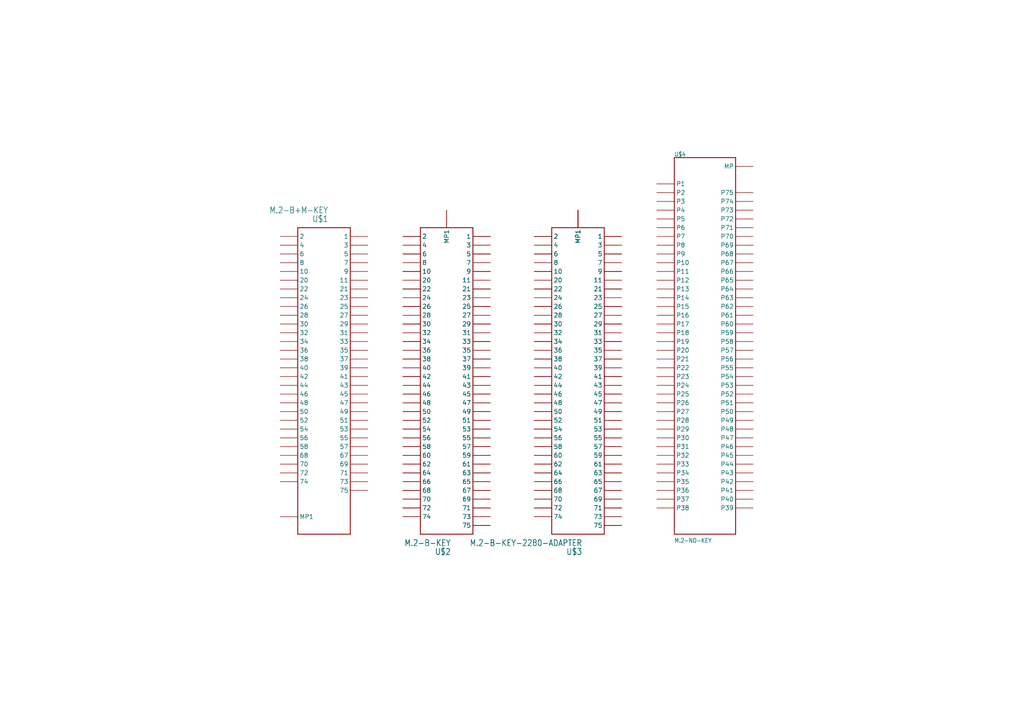
<source format=kicad_sch>
(kicad_sch (version 20200828) (generator eeschema)
  (page 1 1)
  (paper "A4")
  (lib_symbols
    (symbol "M.2-Templates-eagle-import:M.2-B+M-KEY"
      (property "Value" "M.2-B+M-KEY" (at 8.89 93.98 0))
      (symbol "M.2-B+M-KEY_1_0"
        (polyline (pts (xy 15.24 88.9) (xy 15.24 0)) (stroke (width 0.254)))
        (polyline (pts (xy 0 0) (xy 15.24 0)) (stroke (width 0.254)))
        (polyline (pts (xy 0 0) (xy 0 88.9)) (stroke (width 0.254)))
        (polyline (pts (xy 15.24 88.9) (xy 0 88.9)) (stroke (width 0.254)))
        (pin bidirectional line (at 20.32 86.36 180) (length 5.08) (name "1") (number "P$1"))
        (pin bidirectional line (at -5.08 86.36 0) (length 5.08) (name "2") (number "P$2"))
        (pin bidirectional line (at 20.32 83.82 180) (length 5.08) (name "3") (number "P$3"))
        (pin bidirectional line (at -5.08 83.82 0) (length 5.08) (name "4") (number "P$4"))
        (pin bidirectional line (at 20.32 81.28 180) (length 5.08) (name "5") (number "P$5"))
        (pin bidirectional line (at -5.08 81.28 0) (length 5.08) (name "6") (number "P$6"))
        (pin bidirectional line (at 20.32 78.74 180) (length 5.08) (name "7") (number "P$7"))
        (pin bidirectional line (at -5.08 78.74 0) (length 5.08) (name "8") (number "P$8"))
        (pin bidirectional line (at 20.32 76.2 180) (length 5.08) (name "9") (number "P$9"))
        (pin bidirectional line (at -5.08 76.2 0) (length 5.08) (name "10") (number "P$10"))
        (pin bidirectional line (at 20.32 73.66 180) (length 5.08) (name "11") (number "P$11"))
        (pin bidirectional line (at -5.08 73.66 0) (length 5.08) (name "20") (number "P$20"))
        (pin bidirectional line (at 20.32 71.12 180) (length 5.08) (name "21") (number "P$21"))
        (pin bidirectional line (at -5.08 71.12 0) (length 5.08) (name "22") (number "P$22"))
        (pin bidirectional line (at 20.32 68.58 180) (length 5.08) (name "23") (number "P$23"))
        (pin bidirectional line (at -5.08 68.58 0) (length 5.08) (name "24") (number "P$24"))
        (pin bidirectional line (at 20.32 66.04 180) (length 5.08) (name "25") (number "P$25"))
        (pin bidirectional line (at -5.08 66.04 0) (length 5.08) (name "26") (number "P$26"))
        (pin bidirectional line (at 20.32 63.5 180) (length 5.08) (name "27") (number "P$27"))
        (pin bidirectional line (at -5.08 63.5 0) (length 5.08) (name "28") (number "P$28"))
        (pin bidirectional line (at 20.32 60.96 180) (length 5.08) (name "29") (number "P$29"))
        (pin bidirectional line (at -5.08 60.96 0) (length 5.08) (name "30") (number "P$30"))
        (pin bidirectional line (at 20.32 58.42 180) (length 5.08) (name "31") (number "P$31"))
        (pin bidirectional line (at -5.08 58.42 0) (length 5.08) (name "32") (number "P$32"))
        (pin bidirectional line (at 20.32 55.88 180) (length 5.08) (name "33") (number "P$33"))
        (pin bidirectional line (at -5.08 55.88 0) (length 5.08) (name "34") (number "P$34"))
        (pin bidirectional line (at 20.32 53.34 180) (length 5.08) (name "35") (number "P$35"))
        (pin bidirectional line (at -5.08 53.34 0) (length 5.08) (name "36") (number "P$36"))
        (pin bidirectional line (at 20.32 50.8 180) (length 5.08) (name "37") (number "P$37"))
        (pin bidirectional line (at -5.08 50.8 0) (length 5.08) (name "38") (number "P$38"))
        (pin bidirectional line (at 20.32 48.26 180) (length 5.08) (name "39") (number "P$39"))
        (pin bidirectional line (at -5.08 48.26 0) (length 5.08) (name "40") (number "P$40"))
        (pin bidirectional line (at 20.32 45.72 180) (length 5.08) (name "41") (number "P$41"))
        (pin bidirectional line (at -5.08 45.72 0) (length 5.08) (name "42") (number "P$42"))
        (pin bidirectional line (at 20.32 43.18 180) (length 5.08) (name "43") (number "P$43"))
        (pin bidirectional line (at -5.08 43.18 0) (length 5.08) (name "44") (number "P$44"))
        (pin bidirectional line (at 20.32 40.64 180) (length 5.08) (name "45") (number "P$45"))
        (pin bidirectional line (at -5.08 40.64 0) (length 5.08) (name "46") (number "P$46"))
        (pin bidirectional line (at 20.32 38.1 180) (length 5.08) (name "47") (number "P$47"))
        (pin bidirectional line (at -5.08 38.1 0) (length 5.08) (name "48") (number "P$48"))
        (pin bidirectional line (at 20.32 35.56 180) (length 5.08) (name "49") (number "P$49"))
        (pin bidirectional line (at -5.08 35.56 0) (length 5.08) (name "50") (number "P$50"))
        (pin bidirectional line (at 20.32 33.02 180) (length 5.08) (name "51") (number "P$51"))
        (pin bidirectional line (at -5.08 33.02 0) (length 5.08) (name "52") (number "P$52"))
        (pin bidirectional line (at 20.32 30.48 180) (length 5.08) (name "53") (number "P$53"))
        (pin bidirectional line (at -5.08 30.48 0) (length 5.08) (name "54") (number "P$54"))
        (pin bidirectional line (at 20.32 27.94 180) (length 5.08) (name "55") (number "P$55"))
        (pin bidirectional line (at -5.08 27.94 0) (length 5.08) (name "56") (number "P$56"))
        (pin bidirectional line (at 20.32 25.4 180) (length 5.08) (name "57") (number "P$57"))
        (pin bidirectional line (at 20.32 22.86 180) (length 5.08) (name "67") (number "P$67"))
        (pin bidirectional line (at -5.08 22.86 0) (length 5.08) (name "68") (number "P$68"))
        (pin bidirectional line (at 20.32 20.32 180) (length 5.08) (name "69") (number "P$69"))
        (pin bidirectional line (at -5.08 20.32 0) (length 5.08) (name "70") (number "P$70"))
        (pin bidirectional line (at 20.32 17.78 180) (length 5.08) (name "71") (number "P$71"))
        (pin bidirectional line (at -5.08 17.78 0) (length 5.08) (name "72") (number "P$72"))
        (pin bidirectional line (at 20.32 15.24 180) (length 5.08) (name "73") (number "P$73"))
        (pin bidirectional line (at -5.08 15.24 0) (length 5.08) (name "74") (number "P$74"))
        (pin bidirectional line (at 20.32 12.7 180) (length 5.08) (name "75") (number "P$75"))
        (pin bidirectional line (at -5.08 5.08 0) (length 5.08) (name "MP1") (number "MOUNTING-HOLE"))
        (pin bidirectional line (at -5.08 25.4 0) (length 5.08) (name "58") (number "P$58"))
      )
    )
    (symbol "M.2-Templates-eagle-import:M.2-B-KEY"
      (property "Value" "M.2-B-KEY" (at 8.89 -2.54 0))
      (symbol "M.2-B-KEY_1_0"
        (polyline (pts (xy 15.24 88.9) (xy 15.24 0)) (stroke (width 0.254)))
        (polyline (pts (xy 0 0) (xy 15.24 0)) (stroke (width 0.254)))
        (polyline (pts (xy 0 0) (xy 0 88.9)) (stroke (width 0.254)))
        (polyline (pts (xy 15.24 88.9) (xy 0 88.9)) (stroke (width 0.254)))
        (pin bidirectional line (at 20.32 86.36 180) (length 5.08) (name "1") (number "P$1"))
        (pin bidirectional line (at -5.08 86.36 0) (length 5.08) (name "2") (number "P$2"))
        (pin bidirectional line (at 20.32 83.82 180) (length 5.08) (name "3") (number "P$3"))
        (pin bidirectional line (at -5.08 83.82 0) (length 5.08) (name "4") (number "P$4"))
        (pin bidirectional line (at 20.32 81.28 180) (length 5.08) (name "5") (number "P$5"))
        (pin bidirectional line (at -5.08 81.28 0) (length 5.08) (name "6") (number "P$6"))
        (pin bidirectional line (at 20.32 78.74 180) (length 5.08) (name "7") (number "P$7"))
        (pin bidirectional line (at -5.08 78.74 0) (length 5.08) (name "8") (number "P$8"))
        (pin bidirectional line (at 20.32 76.2 180) (length 5.08) (name "9") (number "P$9"))
        (pin bidirectional line (at -5.08 76.2 0) (length 5.08) (name "10") (number "P$10"))
        (pin bidirectional line (at 20.32 73.66 180) (length 5.08) (name "11") (number "P$11"))
        (pin bidirectional line (at -5.08 73.66 0) (length 5.08) (name "20") (number "P$20"))
        (pin bidirectional line (at 20.32 71.12 180) (length 5.08) (name "21") (number "P$21"))
        (pin bidirectional line (at -5.08 71.12 0) (length 5.08) (name "22") (number "P$22"))
        (pin bidirectional line (at 20.32 68.58 180) (length 5.08) (name "23") (number "P$23"))
        (pin bidirectional line (at -5.08 68.58 0) (length 5.08) (name "24") (number "P$24"))
        (pin bidirectional line (at 20.32 66.04 180) (length 5.08) (name "25") (number "P$25"))
        (pin bidirectional line (at -5.08 66.04 0) (length 5.08) (name "26") (number "P$26"))
        (pin bidirectional line (at 20.32 63.5 180) (length 5.08) (name "27") (number "P$27"))
        (pin bidirectional line (at -5.08 63.5 0) (length 5.08) (name "28") (number "P$28"))
        (pin bidirectional line (at 20.32 60.96 180) (length 5.08) (name "29") (number "P$29"))
        (pin bidirectional line (at -5.08 60.96 0) (length 5.08) (name "30") (number "P$30"))
        (pin bidirectional line (at 20.32 58.42 180) (length 5.08) (name "31") (number "P$31"))
        (pin bidirectional line (at -5.08 58.42 0) (length 5.08) (name "32") (number "P$32"))
        (pin bidirectional line (at 20.32 55.88 180) (length 5.08) (name "33") (number "P$33"))
        (pin bidirectional line (at -5.08 55.88 0) (length 5.08) (name "34") (number "P$34"))
        (pin bidirectional line (at 20.32 53.34 180) (length 5.08) (name "35") (number "P$35"))
        (pin bidirectional line (at -5.08 53.34 0) (length 5.08) (name "36") (number "P$36"))
        (pin bidirectional line (at 20.32 50.8 180) (length 5.08) (name "37") (number "P$37"))
        (pin bidirectional line (at -5.08 50.8 0) (length 5.08) (name "38") (number "P$38"))
        (pin bidirectional line (at 20.32 48.26 180) (length 5.08) (name "39") (number "P$39"))
        (pin bidirectional line (at -5.08 48.26 0) (length 5.08) (name "40") (number "P$40"))
        (pin bidirectional line (at 20.32 45.72 180) (length 5.08) (name "41") (number "P$41"))
        (pin bidirectional line (at -5.08 45.72 0) (length 5.08) (name "42") (number "P$42"))
        (pin bidirectional line (at 20.32 43.18 180) (length 5.08) (name "43") (number "P$43"))
        (pin bidirectional line (at -5.08 43.18 0) (length 5.08) (name "44") (number "P$44"))
        (pin bidirectional line (at 20.32 40.64 180) (length 5.08) (name "45") (number "P$45"))
        (pin bidirectional line (at -5.08 40.64 0) (length 5.08) (name "46") (number "P$46"))
        (pin bidirectional line (at 20.32 38.1 180) (length 5.08) (name "47") (number "P$47"))
        (pin bidirectional line (at -5.08 38.1 0) (length 5.08) (name "48") (number "P$48"))
        (pin bidirectional line (at 20.32 35.56 180) (length 5.08) (name "49") (number "P$49"))
        (pin bidirectional line (at -5.08 35.56 0) (length 5.08) (name "50") (number "P$50"))
        (pin bidirectional line (at 20.32 33.02 180) (length 5.08) (name "51") (number "P$51"))
        (pin bidirectional line (at -5.08 33.02 0) (length 5.08) (name "52") (number "P$52"))
        (pin bidirectional line (at 20.32 30.48 180) (length 5.08) (name "53") (number "P$53"))
        (pin bidirectional line (at -5.08 30.48 0) (length 5.08) (name "54") (number "P$54"))
        (pin bidirectional line (at 20.32 27.94 180) (length 5.08) (name "55") (number "P$55"))
        (pin bidirectional line (at -5.08 27.94 0) (length 5.08) (name "56") (number "P$56"))
        (pin bidirectional line (at 20.32 25.4 180) (length 5.08) (name "57") (number "P$57"))
        (pin bidirectional line (at -5.08 25.4 0) (length 5.08) (name "58") (number "P$58"))
        (pin bidirectional line (at 20.32 22.86 180) (length 5.08) (name "59") (number "P$59"))
        (pin bidirectional line (at -5.08 22.86 0) (length 5.08) (name "60") (number "P$60"))
        (pin bidirectional line (at 20.32 20.32 180) (length 5.08) (name "61") (number "P$61"))
        (pin bidirectional line (at -5.08 20.32 0) (length 5.08) (name "62") (number "P$62"))
        (pin bidirectional line (at 20.32 17.78 180) (length 5.08) (name "63") (number "P$63"))
        (pin bidirectional line (at -5.08 17.78 0) (length 5.08) (name "64") (number "P$64"))
        (pin bidirectional line (at 20.32 15.24 180) (length 5.08) (name "65") (number "P$65"))
        (pin bidirectional line (at -5.08 15.24 0) (length 5.08) (name "66") (number "P$66"))
        (pin bidirectional line (at 20.32 12.7 180) (length 5.08) (name "67") (number "P$67"))
        (pin bidirectional line (at -5.08 12.7 0) (length 5.08) (name "68") (number "P$68"))
        (pin bidirectional line (at 20.32 10.16 180) (length 5.08) (name "69") (number "P$69"))
        (pin bidirectional line (at -5.08 10.16 0) (length 5.08) (name "70") (number "P$70"))
        (pin bidirectional line (at 20.32 7.62 180) (length 5.08) (name "71") (number "P$71"))
        (pin bidirectional line (at -5.08 7.62 0) (length 5.08) (name "72") (number "P$72"))
        (pin bidirectional line (at 20.32 5.08 180) (length 5.08) (name "73") (number "P$73"))
        (pin bidirectional line (at -5.08 5.08 0) (length 5.08) (name "74") (number "P$74"))
        (pin bidirectional line (at 20.32 2.54 180) (length 5.08) (name "75") (number "P$75"))
        (pin bidirectional line (at 7.62 93.98 270) (length 5.08) (name "MP1") (number "MOUNTING-HOLE"))
      )
    )
    (symbol "M.2-Templates-eagle-import:M.2-B-KEY-2280-ADAPTER"
      (property "Value" "M.2-B-KEY-2280-ADAPTER" (at 8.89 -2.54 0))
      (symbol "M.2-B-KEY-2280-ADAPTER_1_0"
        (polyline (pts (xy 15.24 88.9) (xy 15.24 0)) (stroke (width 0.254)))
        (polyline (pts (xy 0 0) (xy 15.24 0)) (stroke (width 0.254)))
        (polyline (pts (xy 0 0) (xy 0 88.9)) (stroke (width 0.254)))
        (polyline (pts (xy 15.24 88.9) (xy 0 88.9)) (stroke (width 0.254)))
        (pin bidirectional line (at 20.32 86.36 180) (length 5.08) (name "1") (number "P$1"))
        (pin bidirectional line (at -5.08 86.36 0) (length 5.08) (name "2") (number "P$2"))
        (pin bidirectional line (at 20.32 83.82 180) (length 5.08) (name "3") (number "P$3"))
        (pin bidirectional line (at -5.08 83.82 0) (length 5.08) (name "4") (number "P$4"))
        (pin bidirectional line (at 20.32 81.28 180) (length 5.08) (name "5") (number "P$5"))
        (pin bidirectional line (at -5.08 81.28 0) (length 5.08) (name "6") (number "P$6"))
        (pin bidirectional line (at 20.32 78.74 180) (length 5.08) (name "7") (number "P$7"))
        (pin bidirectional line (at -5.08 78.74 0) (length 5.08) (name "8") (number "P$8"))
        (pin bidirectional line (at 20.32 76.2 180) (length 5.08) (name "9") (number "P$9"))
        (pin bidirectional line (at -5.08 76.2 0) (length 5.08) (name "10") (number "P$10"))
        (pin bidirectional line (at 20.32 73.66 180) (length 5.08) (name "11") (number "P$11"))
        (pin bidirectional line (at -5.08 73.66 0) (length 5.08) (name "20") (number "P$20"))
        (pin bidirectional line (at 20.32 71.12 180) (length 5.08) (name "21") (number "P$21"))
        (pin bidirectional line (at -5.08 71.12 0) (length 5.08) (name "22") (number "P$22"))
        (pin bidirectional line (at 20.32 68.58 180) (length 5.08) (name "23") (number "P$23"))
        (pin bidirectional line (at -5.08 68.58 0) (length 5.08) (name "24") (number "P$24"))
        (pin bidirectional line (at 20.32 66.04 180) (length 5.08) (name "25") (number "P$25"))
        (pin bidirectional line (at -5.08 66.04 0) (length 5.08) (name "26") (number "P$26"))
        (pin bidirectional line (at 20.32 63.5 180) (length 5.08) (name "27") (number "P$27"))
        (pin bidirectional line (at -5.08 63.5 0) (length 5.08) (name "28") (number "P$28"))
        (pin bidirectional line (at 20.32 60.96 180) (length 5.08) (name "29") (number "P$29"))
        (pin bidirectional line (at -5.08 60.96 0) (length 5.08) (name "30") (number "P$30"))
        (pin bidirectional line (at 20.32 58.42 180) (length 5.08) (name "31") (number "P$31"))
        (pin bidirectional line (at -5.08 58.42 0) (length 5.08) (name "32") (number "P$32"))
        (pin bidirectional line (at 20.32 55.88 180) (length 5.08) (name "33") (number "P$33"))
        (pin bidirectional line (at -5.08 55.88 0) (length 5.08) (name "34") (number "P$34"))
        (pin bidirectional line (at 20.32 53.34 180) (length 5.08) (name "35") (number "P$35"))
        (pin bidirectional line (at -5.08 53.34 0) (length 5.08) (name "36") (number "P$36"))
        (pin bidirectional line (at 20.32 50.8 180) (length 5.08) (name "37") (number "P$37"))
        (pin bidirectional line (at -5.08 50.8 0) (length 5.08) (name "38") (number "P$38"))
        (pin bidirectional line (at 20.32 48.26 180) (length 5.08) (name "39") (number "P$39"))
        (pin bidirectional line (at -5.08 48.26 0) (length 5.08) (name "40") (number "P$40"))
        (pin bidirectional line (at 20.32 45.72 180) (length 5.08) (name "41") (number "P$41"))
        (pin bidirectional line (at -5.08 45.72 0) (length 5.08) (name "42") (number "P$42"))
        (pin bidirectional line (at 20.32 43.18 180) (length 5.08) (name "43") (number "P$43"))
        (pin bidirectional line (at -5.08 43.18 0) (length 5.08) (name "44") (number "P$44"))
        (pin bidirectional line (at 20.32 40.64 180) (length 5.08) (name "45") (number "P$45"))
        (pin bidirectional line (at -5.08 40.64 0) (length 5.08) (name "46") (number "P$46"))
        (pin bidirectional line (at 20.32 38.1 180) (length 5.08) (name "47") (number "P$47"))
        (pin bidirectional line (at -5.08 38.1 0) (length 5.08) (name "48") (number "P$48"))
        (pin bidirectional line (at 20.32 35.56 180) (length 5.08) (name "49") (number "P$49"))
        (pin bidirectional line (at -5.08 35.56 0) (length 5.08) (name "50") (number "P$50"))
        (pin bidirectional line (at 20.32 33.02 180) (length 5.08) (name "51") (number "P$51"))
        (pin bidirectional line (at -5.08 33.02 0) (length 5.08) (name "52") (number "P$52"))
        (pin bidirectional line (at 20.32 30.48 180) (length 5.08) (name "53") (number "P$53"))
        (pin bidirectional line (at -5.08 30.48 0) (length 5.08) (name "54") (number "P$54"))
        (pin bidirectional line (at 20.32 27.94 180) (length 5.08) (name "55") (number "P$55"))
        (pin bidirectional line (at -5.08 27.94 0) (length 5.08) (name "56") (number "P$56"))
        (pin bidirectional line (at 20.32 25.4 180) (length 5.08) (name "57") (number "P$57"))
        (pin bidirectional line (at -5.08 25.4 0) (length 5.08) (name "58") (number "P$58"))
        (pin bidirectional line (at 20.32 22.86 180) (length 5.08) (name "59") (number "P$59"))
        (pin bidirectional line (at -5.08 22.86 0) (length 5.08) (name "60") (number "P$60"))
        (pin bidirectional line (at 20.32 20.32 180) (length 5.08) (name "61") (number "P$61"))
        (pin bidirectional line (at -5.08 20.32 0) (length 5.08) (name "62") (number "P$62"))
        (pin bidirectional line (at 20.32 17.78 180) (length 5.08) (name "63") (number "P$63"))
        (pin bidirectional line (at -5.08 17.78 0) (length 5.08) (name "64") (number "P$64"))
        (pin bidirectional line (at 20.32 15.24 180) (length 5.08) (name "65") (number "P$65"))
        (pin bidirectional line (at -5.08 15.24 0) (length 5.08) (name "66") (number "P$66"))
        (pin bidirectional line (at 20.32 12.7 180) (length 5.08) (name "67") (number "P$67"))
        (pin bidirectional line (at -5.08 12.7 0) (length 5.08) (name "68") (number "P$68"))
        (pin bidirectional line (at 20.32 10.16 180) (length 5.08) (name "69") (number "P$69"))
        (pin bidirectional line (at -5.08 10.16 0) (length 5.08) (name "70") (number "P$70"))
        (pin bidirectional line (at 20.32 7.62 180) (length 5.08) (name "71") (number "P$71"))
        (pin bidirectional line (at -5.08 7.62 0) (length 5.08) (name "72") (number "P$72"))
        (pin bidirectional line (at 20.32 5.08 180) (length 5.08) (name "73") (number "P$73"))
        (pin bidirectional line (at -5.08 5.08 0) (length 5.08) (name "74") (number "P$74"))
        (pin bidirectional line (at 20.32 2.54 180) (length 5.08) (name "75") (number "P$75"))
        (pin bidirectional line (at 7.62 93.98 270) (length 5.08) (name "MP1") (number "MOUNTING-HOLE"))
        (pin bidirectional line (at 7.62 93.98 270) (length 5.08) (name "MP1") (number "MOUNTING-HOLE2"))
      )
    )
    (symbol "M.2-Templates-eagle-import:M.2-NO-KEY"
      (property "Value" "M.2-NO-KEY" (at 0 -2.54 0))
      (symbol "M.2-NO-KEY_1_0"
        (polyline (pts (xy 0 109.22) (xy 17.78 109.22)) (stroke (width 0.254)))
        (polyline (pts (xy 17.78 109.22) (xy 17.78 0)) (stroke (width 0.254)))
        (polyline (pts (xy 17.78 0) (xy 0 0)) (stroke (width 0.254)))
        (polyline (pts (xy 0 0) (xy 0 109.22)) (stroke (width 0.254)))
        (pin bidirectional line (at -5.08 101.6 0) (length 5.08) (name "P1") (number "P$1"))
        (pin bidirectional line (at -5.08 99.06 0) (length 5.08) (name "P2") (number "P$2"))
        (pin bidirectional line (at -5.08 96.52 0) (length 5.08) (name "P3") (number "P$3"))
        (pin bidirectional line (at -5.08 93.98 0) (length 5.08) (name "P4") (number "P$4"))
        (pin bidirectional line (at -5.08 91.44 0) (length 5.08) (name "P5") (number "P$5"))
        (pin bidirectional line (at -5.08 88.9 0) (length 5.08) (name "P6") (number "P$6"))
        (pin bidirectional line (at -5.08 86.36 0) (length 5.08) (name "P7") (number "P$7"))
        (pin bidirectional line (at -5.08 83.82 0) (length 5.08) (name "P8") (number "P$8"))
        (pin bidirectional line (at -5.08 81.28 0) (length 5.08) (name "P9") (number "P$9"))
        (pin bidirectional line (at -5.08 78.74 0) (length 5.08) (name "P10") (number "P$10"))
        (pin bidirectional line (at -5.08 76.2 0) (length 5.08) (name "P11") (number "P$11"))
        (pin bidirectional line (at -5.08 73.66 0) (length 5.08) (name "P12") (number "P$12"))
        (pin bidirectional line (at -5.08 71.12 0) (length 5.08) (name "P13") (number "P$13"))
        (pin bidirectional line (at -5.08 68.58 0) (length 5.08) (name "P14") (number "P$14"))
        (pin bidirectional line (at -5.08 66.04 0) (length 5.08) (name "P15") (number "P$15"))
        (pin bidirectional line (at -5.08 63.5 0) (length 5.08) (name "P16") (number "P$16"))
        (pin bidirectional line (at -5.08 60.96 0) (length 5.08) (name "P17") (number "P$17"))
        (pin bidirectional line (at -5.08 58.42 0) (length 5.08) (name "P18") (number "P$18"))
        (pin bidirectional line (at -5.08 55.88 0) (length 5.08) (name "P19") (number "P$19"))
        (pin bidirectional line (at -5.08 53.34 0) (length 5.08) (name "P20") (number "P$20"))
        (pin bidirectional line (at -5.08 50.8 0) (length 5.08) (name "P21") (number "P$21"))
        (pin bidirectional line (at -5.08 48.26 0) (length 5.08) (name "P22") (number "P$22"))
        (pin bidirectional line (at -5.08 45.72 0) (length 5.08) (name "P23") (number "P$23"))
        (pin bidirectional line (at -5.08 43.18 0) (length 5.08) (name "P24") (number "P$24"))
        (pin bidirectional line (at -5.08 40.64 0) (length 5.08) (name "P25") (number "P$25"))
        (pin bidirectional line (at -5.08 38.1 0) (length 5.08) (name "P26") (number "P$26"))
        (pin bidirectional line (at -5.08 35.56 0) (length 5.08) (name "P27") (number "P$27"))
        (pin bidirectional line (at -5.08 33.02 0) (length 5.08) (name "P28") (number "P$28"))
        (pin bidirectional line (at -5.08 30.48 0) (length 5.08) (name "P29") (number "P$29"))
        (pin bidirectional line (at -5.08 27.94 0) (length 5.08) (name "P30") (number "P$30"))
        (pin bidirectional line (at -5.08 25.4 0) (length 5.08) (name "P31") (number "P$31"))
        (pin bidirectional line (at -5.08 22.86 0) (length 5.08) (name "P32") (number "P$32"))
        (pin bidirectional line (at -5.08 20.32 0) (length 5.08) (name "P33") (number "P$33"))
        (pin bidirectional line (at -5.08 17.78 0) (length 5.08) (name "P34") (number "P$34"))
        (pin bidirectional line (at -5.08 15.24 0) (length 5.08) (name "P35") (number "P$35"))
        (pin bidirectional line (at -5.08 12.7 0) (length 5.08) (name "P36") (number "P$36"))
        (pin bidirectional line (at -5.08 10.16 0) (length 5.08) (name "P37") (number "P$37"))
        (pin bidirectional line (at -5.08 7.62 0) (length 5.08) (name "P38") (number "P$38"))
        (pin bidirectional line (at 22.86 7.62 180) (length 5.08) (name "P39") (number "P$39"))
        (pin bidirectional line (at 22.86 10.16 180) (length 5.08) (name "P40") (number "P$40"))
        (pin bidirectional line (at 22.86 12.7 180) (length 5.08) (name "P41") (number "P$41"))
        (pin bidirectional line (at 22.86 15.24 180) (length 5.08) (name "P42") (number "P$42"))
        (pin bidirectional line (at 22.86 17.78 180) (length 5.08) (name "P43") (number "P$43"))
        (pin bidirectional line (at 22.86 20.32 180) (length 5.08) (name "P44") (number "P$44"))
        (pin bidirectional line (at 22.86 22.86 180) (length 5.08) (name "P45") (number "P$45"))
        (pin bidirectional line (at 22.86 25.4 180) (length 5.08) (name "P46") (number "P$46"))
        (pin bidirectional line (at 22.86 27.94 180) (length 5.08) (name "P47") (number "P$47"))
        (pin bidirectional line (at 22.86 30.48 180) (length 5.08) (name "P48") (number "P$48"))
        (pin bidirectional line (at 22.86 33.02 180) (length 5.08) (name "P49") (number "P$49"))
        (pin bidirectional line (at 22.86 35.56 180) (length 5.08) (name "P50") (number "P$50"))
        (pin bidirectional line (at 22.86 38.1 180) (length 5.08) (name "P51") (number "P$51"))
        (pin bidirectional line (at 22.86 40.64 180) (length 5.08) (name "P52") (number "P$52"))
        (pin bidirectional line (at 22.86 43.18 180) (length 5.08) (name "P53") (number "P$53"))
        (pin bidirectional line (at 22.86 45.72 180) (length 5.08) (name "P54") (number "P$54"))
        (pin bidirectional line (at 22.86 48.26 180) (length 5.08) (name "P55") (number "P$55"))
        (pin bidirectional line (at 22.86 50.8 180) (length 5.08) (name "P56") (number "P$56"))
        (pin bidirectional line (at 22.86 53.34 180) (length 5.08) (name "P57") (number "P$57"))
        (pin bidirectional line (at 22.86 55.88 180) (length 5.08) (name "P58") (number "P$58"))
        (pin bidirectional line (at 22.86 58.42 180) (length 5.08) (name "P59") (number "P$59"))
        (pin bidirectional line (at 22.86 60.96 180) (length 5.08) (name "P60") (number "P$60"))
        (pin bidirectional line (at 22.86 63.5 180) (length 5.08) (name "P61") (number "P$61"))
        (pin bidirectional line (at 22.86 66.04 180) (length 5.08) (name "P62") (number "P$62"))
        (pin bidirectional line (at 22.86 68.58 180) (length 5.08) (name "P63") (number "P$63"))
        (pin bidirectional line (at 22.86 71.12 180) (length 5.08) (name "P64") (number "P$64"))
        (pin bidirectional line (at 22.86 73.66 180) (length 5.08) (name "P65") (number "P$65"))
        (pin bidirectional line (at 22.86 76.2 180) (length 5.08) (name "P66") (number "P$66"))
        (pin bidirectional line (at 22.86 78.74 180) (length 5.08) (name "P67") (number "P$67"))
        (pin bidirectional line (at 22.86 81.28 180) (length 5.08) (name "P68") (number "P$68"))
        (pin bidirectional line (at 22.86 83.82 180) (length 5.08) (name "P69") (number "P$69"))
        (pin bidirectional line (at 22.86 86.36 180) (length 5.08) (name "P70") (number "P$70"))
        (pin bidirectional line (at 22.86 88.9 180) (length 5.08) (name "P71") (number "P$71"))
        (pin bidirectional line (at 22.86 91.44 180) (length 5.08) (name "P72") (number "P$72"))
        (pin bidirectional line (at 22.86 93.98 180) (length 5.08) (name "P73") (number "P$73"))
        (pin bidirectional line (at 22.86 96.52 180) (length 5.08) (name "P74") (number "P$74"))
        (pin bidirectional line (at 22.86 99.06 180) (length 5.08) (name "P75") (number "P$75"))
        (pin bidirectional line (at 22.86 106.68 180) (length 5.08) (name "MP") (number "MOUNTING-HOLE"))
      )
    )
  )
  (symbol (lib_id "M.2-Templates-eagle-import:M.2-B+M-KEY") (at 86.36 154.94 0)
    (property "Reference" "U$1" (at 95.25 63.5 0) (effects (font (size 1.778 1.5113)) (justify right)))
    (property "Value" "M.2-B+M-KEY" (at 95.25 60.96 0) (effects (font (size 1.778 1.5113)) (justify right)))
    (property "Footprint" "M.2-Templates:M.2-B+M-KEY" (effects hide))
  )
  (symbol (lib_id "M.2-Templates-eagle-import:M.2-B-KEY") (at 121.92 154.94 0)
    (property "Reference" "U$2" (at 130.81 160.02 0) (effects (font (size 1.778 1.5113)) (justify right)))
    (property "Value" "M.2-B-KEY" (at 130.81 157.48 0) (effects (font (size 1.778 1.5113)) (justify right)))
    (property "Footprint" "M.2-Templates:M.2-B-KEY" (effects hide))
  )
  (symbol (lib_id "M.2-Templates-eagle-import:M.2-B-KEY-2280-ADAPTER") (at 160.02 154.94 0)
    (property "Reference" "U$3" (at 168.91 160.02 0) (effects (font (size 1.778 1.5113)) (justify right)))
    (property "Value" "M.2-B-KEY-2280-ADAPTER" (at 168.91 157.48 0) (effects (font (size 1.778 1.5113)) (justify right)))
    (property "Footprint" "M.2-Templates:M.2-B-KEY-2280-ADAPTER" (effects hide))
  )
  (symbol (lib_id "M.2-Templates-eagle-import:M.2-NO-KEY") (at 195.58 154.94 0)
    (property "Reference" "U$4" (at 195.58 45.466 0) (effects (font (size 1.27 1.0795)) (justify left bottom)))
    (property "Value" "M.2-NO-KEY" (at 195.58 157.48 0) (effects (font (size 1.27 1.0795)) (justify left bottom)))
    (property "Footprint" "M.2-Templates:M.2-KEY-BLANK" (effects hide))
  )
)
</source>
